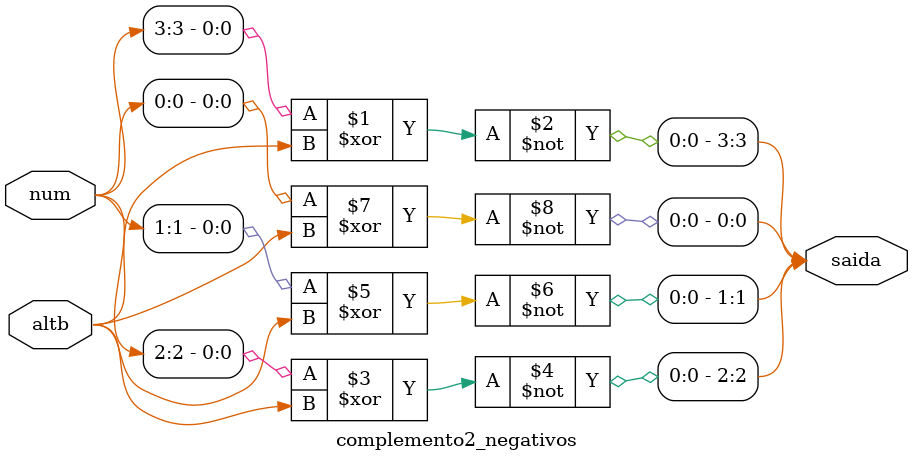
<source format=v>
module complemento2_negativos(num, altb, saida);
	input [3:0] num;
	input altb;
	output [3:0] saida;
	
	xnor xnor0(saida[3], num[3], altb);
	xnor xnor1(saida[2], num[2], altb);
	xnor xnor2(saida[1], num[1], altb);
	xnor xnor3(saida[0], num[0], altb);
endmodule 
</source>
